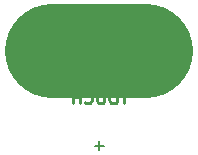
<source format=gbo>
G04 #@! TF.FileFunction,Legend,Bot*
%FSLAX46Y46*%
G04 Gerber Fmt 4.6, Leading zero omitted, Abs format (unit mm)*
G04 Created by KiCad (PCBNEW 4.0.1-3.201512221402+6198~38~ubuntu14.04.1-stable) date Tue 01 Mar 2016 10:08:03 PM PST*
%MOMM*%
G01*
G04 APERTURE LIST*
%ADD10C,0.100000*%
%ADD11C,8.000000*%
%ADD12C,0.254000*%
%ADD13C,0.150000*%
G04 APERTURE END LIST*
D10*
D11*
X127500000Y-85500000D02*
X135500000Y-85500000D01*
D12*
X133894857Y-88943619D02*
X133314286Y-88943619D01*
X133604571Y-89959619D02*
X133604571Y-88943619D01*
X132782095Y-88943619D02*
X132588572Y-88943619D01*
X132491810Y-88992000D01*
X132395048Y-89088762D01*
X132346667Y-89282286D01*
X132346667Y-89620952D01*
X132395048Y-89814476D01*
X132491810Y-89911238D01*
X132588572Y-89959619D01*
X132782095Y-89959619D01*
X132878857Y-89911238D01*
X132975619Y-89814476D01*
X133024000Y-89620952D01*
X133024000Y-89282286D01*
X132975619Y-89088762D01*
X132878857Y-88992000D01*
X132782095Y-88943619D01*
X131911238Y-88943619D02*
X131911238Y-89766095D01*
X131862857Y-89862857D01*
X131814476Y-89911238D01*
X131717714Y-89959619D01*
X131524191Y-89959619D01*
X131427429Y-89911238D01*
X131379048Y-89862857D01*
X131330667Y-89766095D01*
X131330667Y-88943619D01*
X130266286Y-89862857D02*
X130314667Y-89911238D01*
X130459810Y-89959619D01*
X130556572Y-89959619D01*
X130701714Y-89911238D01*
X130798476Y-89814476D01*
X130846857Y-89717714D01*
X130895238Y-89524190D01*
X130895238Y-89379048D01*
X130846857Y-89185524D01*
X130798476Y-89088762D01*
X130701714Y-88992000D01*
X130556572Y-88943619D01*
X130459810Y-88943619D01*
X130314667Y-88992000D01*
X130266286Y-89040381D01*
X129830857Y-89959619D02*
X129830857Y-88943619D01*
X129830857Y-89427429D02*
X129250286Y-89427429D01*
X129250286Y-89959619D02*
X129250286Y-88943619D01*
D13*
X131880952Y-93571429D02*
X131119047Y-93571429D01*
X131499999Y-93952381D02*
X131499999Y-93190476D01*
X131880952Y-85571429D02*
X131119047Y-85571429D01*
X131499999Y-85952381D02*
X131499999Y-85190476D01*
M02*

</source>
